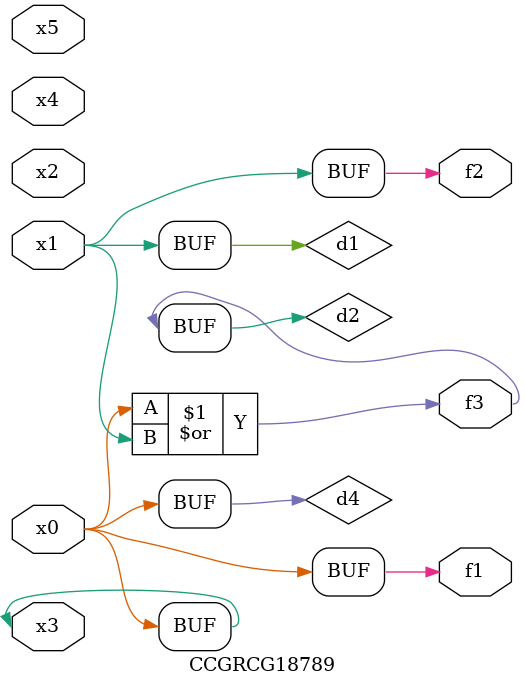
<source format=v>
module CCGRCG18789(
	input x0, x1, x2, x3, x4, x5,
	output f1, f2, f3
);

	wire d1, d2, d3, d4;

	and (d1, x1);
	or (d2, x0, x1);
	nand (d3, x0, x5);
	buf (d4, x0, x3);
	assign f1 = d4;
	assign f2 = d1;
	assign f3 = d2;
endmodule

</source>
